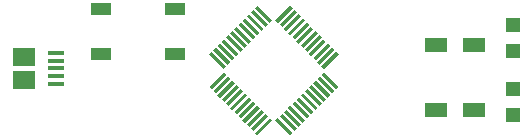
<source format=gtp>
%TF.GenerationSoftware,KiCad,Pcbnew,4.0.7*%
%TF.CreationDate,2018-01-16T14:15:25+08:00*%
%TF.ProjectId,STM32F401CCT6,53544D333246343031434354362E6B69,rev?*%
%TF.FileFunction,Paste,Top*%
%FSLAX46Y46*%
G04 Gerber Fmt 4.6, Leading zero omitted, Abs format (unit mm)*
G04 Created by KiCad (PCBNEW 4.0.7) date 01/16/18 14:15:25*
%MOMM*%
%LPD*%
G01*
G04 APERTURE LIST*
%ADD10C,0.100000*%
%ADD11R,1.900000X1.300000*%
%ADD12R,1.700000X1.000000*%
%ADD13R,1.200000X1.200000*%
%ADD14R,1.900000X1.500000*%
%ADD15R,1.350000X0.400000*%
G04 APERTURE END LIST*
D10*
D11*
X36822000Y-9292000D03*
X36822000Y-14792000D03*
X40022000Y-14792000D03*
X40022000Y-9292000D03*
D10*
G36*
X27348435Y-11608715D02*
X28585871Y-12846151D01*
X28373739Y-13058283D01*
X27136303Y-11820847D01*
X27348435Y-11608715D01*
X27348435Y-11608715D01*
G37*
G36*
X26994882Y-11962268D02*
X28232318Y-13199704D01*
X28020186Y-13411836D01*
X26782750Y-12174400D01*
X26994882Y-11962268D01*
X26994882Y-11962268D01*
G37*
G36*
X26641328Y-12315822D02*
X27878764Y-13553258D01*
X27666632Y-13765390D01*
X26429196Y-12527954D01*
X26641328Y-12315822D01*
X26641328Y-12315822D01*
G37*
G36*
X26287775Y-12669375D02*
X27525211Y-13906811D01*
X27313079Y-14118943D01*
X26075643Y-12881507D01*
X26287775Y-12669375D01*
X26287775Y-12669375D01*
G37*
G36*
X25934222Y-13022928D02*
X27171658Y-14260364D01*
X26959526Y-14472496D01*
X25722090Y-13235060D01*
X25934222Y-13022928D01*
X25934222Y-13022928D01*
G37*
G36*
X26605972Y-14826050D02*
X25368536Y-13588614D01*
X25580668Y-13376482D01*
X26818104Y-14613918D01*
X26605972Y-14826050D01*
X26605972Y-14826050D01*
G37*
G36*
X25227115Y-13730035D02*
X26464551Y-14967471D01*
X26252419Y-15179603D01*
X25014983Y-13942167D01*
X25227115Y-13730035D01*
X25227115Y-13730035D01*
G37*
G36*
X24873561Y-14083589D02*
X26110997Y-15321025D01*
X25898865Y-15533157D01*
X24661429Y-14295721D01*
X24873561Y-14083589D01*
X24873561Y-14083589D01*
G37*
G36*
X24520008Y-14437142D02*
X25757444Y-15674578D01*
X25545312Y-15886710D01*
X24307876Y-14649274D01*
X24520008Y-14437142D01*
X24520008Y-14437142D01*
G37*
G36*
X24166455Y-14790695D02*
X25403891Y-16028131D01*
X25191759Y-16240263D01*
X23954323Y-15002827D01*
X24166455Y-14790695D01*
X24166455Y-14790695D01*
G37*
G36*
X23812901Y-15144249D02*
X25050337Y-16381685D01*
X24838205Y-16593817D01*
X23600769Y-15356381D01*
X23812901Y-15144249D01*
X23812901Y-15144249D01*
G37*
G36*
X23459348Y-15497802D02*
X24696784Y-16735238D01*
X24484652Y-16947370D01*
X23247216Y-15709934D01*
X23459348Y-15497802D01*
X23459348Y-15497802D01*
G37*
G36*
X25014983Y-8992419D02*
X26252419Y-7754983D01*
X26464551Y-7967115D01*
X25227115Y-9204551D01*
X25014983Y-8992419D01*
X25014983Y-8992419D01*
G37*
G36*
X25368536Y-9345972D02*
X26605972Y-8108536D01*
X26818104Y-8320668D01*
X25580668Y-9558104D01*
X25368536Y-9345972D01*
X25368536Y-9345972D01*
G37*
G36*
X25722090Y-9699526D02*
X26959526Y-8462090D01*
X27171658Y-8674222D01*
X25934222Y-9911658D01*
X25722090Y-9699526D01*
X25722090Y-9699526D01*
G37*
G36*
X26075643Y-10053079D02*
X27313079Y-8815643D01*
X27525211Y-9027775D01*
X26287775Y-10265211D01*
X26075643Y-10053079D01*
X26075643Y-10053079D01*
G37*
G36*
X26429196Y-10406632D02*
X27666632Y-9169196D01*
X27878764Y-9381328D01*
X26641328Y-10618764D01*
X26429196Y-10406632D01*
X26429196Y-10406632D01*
G37*
G36*
X26782750Y-10760186D02*
X28020186Y-9522750D01*
X28232318Y-9734882D01*
X26994882Y-10972318D01*
X26782750Y-10760186D01*
X26782750Y-10760186D01*
G37*
G36*
X24661429Y-8638865D02*
X25898865Y-7401429D01*
X26110997Y-7613561D01*
X24873561Y-8850997D01*
X24661429Y-8638865D01*
X24661429Y-8638865D01*
G37*
G36*
X27136303Y-11113739D02*
X28373739Y-9876303D01*
X28585871Y-10088435D01*
X27348435Y-11325871D01*
X27136303Y-11113739D01*
X27136303Y-11113739D01*
G37*
G36*
X24307876Y-8285312D02*
X25545312Y-7047876D01*
X25757444Y-7260008D01*
X24520008Y-8497444D01*
X24307876Y-8285312D01*
X24307876Y-8285312D01*
G37*
G36*
X23954323Y-7931759D02*
X25191759Y-6694323D01*
X25403891Y-6906455D01*
X24166455Y-8143891D01*
X23954323Y-7931759D01*
X23954323Y-7931759D01*
G37*
G36*
X23600769Y-7578205D02*
X24838205Y-6340769D01*
X25050337Y-6552901D01*
X23812901Y-7790337D01*
X23600769Y-7578205D01*
X23600769Y-7578205D01*
G37*
G36*
X23247216Y-7224652D02*
X24484652Y-5987216D01*
X24696784Y-6199348D01*
X23459348Y-7436784D01*
X23247216Y-7224652D01*
X23247216Y-7224652D01*
G37*
G36*
X19605616Y-8108536D02*
X20843052Y-9345972D01*
X20630920Y-9558104D01*
X19393484Y-8320668D01*
X19605616Y-8108536D01*
X19605616Y-8108536D01*
G37*
G36*
X19959169Y-7754983D02*
X21196605Y-8992419D01*
X20984473Y-9204551D01*
X19747037Y-7967115D01*
X19959169Y-7754983D01*
X19959169Y-7754983D01*
G37*
G36*
X20312723Y-7401429D02*
X21550159Y-8638865D01*
X21338027Y-8850997D01*
X20100591Y-7613561D01*
X20312723Y-7401429D01*
X20312723Y-7401429D01*
G37*
G36*
X20666276Y-7047876D02*
X21903712Y-8285312D01*
X21691580Y-8497444D01*
X20454144Y-7260008D01*
X20666276Y-7047876D01*
X20666276Y-7047876D01*
G37*
G36*
X21019829Y-6694323D02*
X22257265Y-7931759D01*
X22045133Y-8143891D01*
X20807697Y-6906455D01*
X21019829Y-6694323D01*
X21019829Y-6694323D01*
G37*
G36*
X21373383Y-6340769D02*
X22610819Y-7578205D01*
X22398687Y-7790337D01*
X21161251Y-6552901D01*
X21373383Y-6340769D01*
X21373383Y-6340769D01*
G37*
G36*
X21726936Y-5987216D02*
X22964372Y-7224652D01*
X22752240Y-7436784D01*
X21514804Y-6199348D01*
X21726936Y-5987216D01*
X21726936Y-5987216D01*
G37*
G36*
X19252062Y-8462090D02*
X20489498Y-9699526D01*
X20277366Y-9911658D01*
X19039930Y-8674222D01*
X19252062Y-8462090D01*
X19252062Y-8462090D01*
G37*
G36*
X18898509Y-8815643D02*
X20135945Y-10053079D01*
X19923813Y-10265211D01*
X18686377Y-9027775D01*
X18898509Y-8815643D01*
X18898509Y-8815643D01*
G37*
G36*
X18544956Y-9169196D02*
X19782392Y-10406632D01*
X19570260Y-10618764D01*
X18332824Y-9381328D01*
X18544956Y-9169196D01*
X18544956Y-9169196D01*
G37*
G36*
X18191402Y-9522750D02*
X19428838Y-10760186D01*
X19216706Y-10972318D01*
X17979270Y-9734882D01*
X18191402Y-9522750D01*
X18191402Y-9522750D01*
G37*
G36*
X17837849Y-9876303D02*
X19075285Y-11113739D01*
X18863153Y-11325871D01*
X17625717Y-10088435D01*
X17837849Y-9876303D01*
X17837849Y-9876303D01*
G37*
G36*
X19747037Y-14967471D02*
X20984473Y-13730035D01*
X21196605Y-13942167D01*
X19959169Y-15179603D01*
X19747037Y-14967471D01*
X19747037Y-14967471D01*
G37*
G36*
X19393484Y-14613918D02*
X20630920Y-13376482D01*
X20843052Y-13588614D01*
X19605616Y-14826050D01*
X19393484Y-14613918D01*
X19393484Y-14613918D01*
G37*
G36*
X20100591Y-15321025D02*
X21338027Y-14083589D01*
X21550159Y-14295721D01*
X20312723Y-15533157D01*
X20100591Y-15321025D01*
X20100591Y-15321025D01*
G37*
G36*
X20454144Y-15674578D02*
X21691580Y-14437142D01*
X21903712Y-14649274D01*
X20666276Y-15886710D01*
X20454144Y-15674578D01*
X20454144Y-15674578D01*
G37*
G36*
X20807697Y-16028131D02*
X22045133Y-14790695D01*
X22257265Y-15002827D01*
X21019829Y-16240263D01*
X20807697Y-16028131D01*
X20807697Y-16028131D01*
G37*
G36*
X21161251Y-16381685D02*
X22398687Y-15144249D01*
X22610819Y-15356381D01*
X21373383Y-16593817D01*
X21161251Y-16381685D01*
X21161251Y-16381685D01*
G37*
G36*
X21514804Y-16735238D02*
X22752240Y-15497802D01*
X22964372Y-15709934D01*
X21726936Y-16947370D01*
X21514804Y-16735238D01*
X21514804Y-16735238D01*
G37*
G36*
X19039930Y-14260364D02*
X20277366Y-13022928D01*
X20489498Y-13235060D01*
X19252062Y-14472496D01*
X19039930Y-14260364D01*
X19039930Y-14260364D01*
G37*
G36*
X18686377Y-13906811D02*
X19923813Y-12669375D01*
X20135945Y-12881507D01*
X18898509Y-14118943D01*
X18686377Y-13906811D01*
X18686377Y-13906811D01*
G37*
G36*
X18332824Y-13553258D02*
X19570260Y-12315822D01*
X19782392Y-12527954D01*
X18544956Y-13765390D01*
X18332824Y-13553258D01*
X18332824Y-13553258D01*
G37*
G36*
X17979270Y-13199704D02*
X19216706Y-11962268D01*
X19428838Y-12174400D01*
X18191402Y-13411836D01*
X17979270Y-13199704D01*
X17979270Y-13199704D01*
G37*
G36*
X17625717Y-12846151D02*
X18863153Y-11608715D01*
X19075285Y-11820847D01*
X17837849Y-13058283D01*
X17625717Y-12846151D01*
X17625717Y-12846151D01*
G37*
D12*
X8462000Y-6282000D03*
X14762000Y-6282000D03*
X8462000Y-10082000D03*
X14762000Y-10082000D03*
D13*
X43332000Y-7632000D03*
X43332000Y-9832000D03*
X43332000Y-13062000D03*
X43332000Y-15262000D03*
D14*
X1950000Y-12300000D03*
D15*
X4650000Y-10650000D03*
X4650000Y-10000000D03*
X4650000Y-12600000D03*
X4650000Y-11950000D03*
X4650000Y-11300000D03*
D14*
X1950000Y-10300000D03*
M02*

</source>
